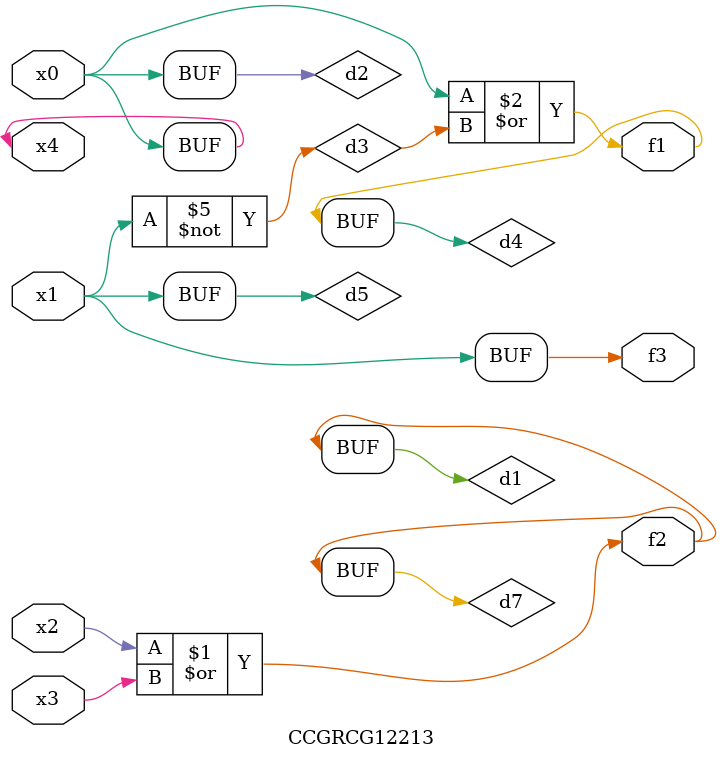
<source format=v>
module CCGRCG12213(
	input x0, x1, x2, x3, x4,
	output f1, f2, f3
);

	wire d1, d2, d3, d4, d5, d6, d7;

	or (d1, x2, x3);
	buf (d2, x0, x4);
	not (d3, x1);
	or (d4, d2, d3);
	not (d5, d3);
	nand (d6, d1, d3);
	or (d7, d1);
	assign f1 = d4;
	assign f2 = d7;
	assign f3 = d5;
endmodule

</source>
